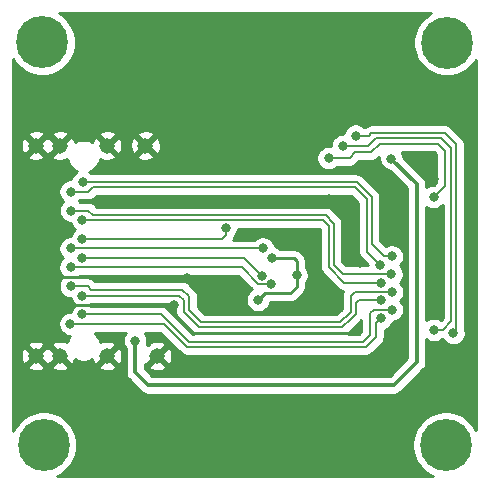
<source format=gbr>
%TF.GenerationSoftware,KiCad,Pcbnew,5.1.10-88a1d61d58~88~ubuntu18.04.1*%
%TF.CreationDate,2021-11-12T10:28:21+07:00*%
%TF.ProjectId,MX8Mx_EVK_MIPI_CSI-TEKNIQUE_OCLEA_OS08A20-ADAPTER,4d58384d-785f-4455-964b-5f4d4950495f,rev?*%
%TF.SameCoordinates,Original*%
%TF.FileFunction,Copper,L2,Bot*%
%TF.FilePolarity,Positive*%
%FSLAX46Y46*%
G04 Gerber Fmt 4.6, Leading zero omitted, Abs format (unit mm)*
G04 Created by KiCad (PCBNEW 5.1.10-88a1d61d58~88~ubuntu18.04.1) date 2021-11-12 10:28:21*
%MOMM*%
%LPD*%
G01*
G04 APERTURE LIST*
%TA.AperFunction,ComponentPad*%
%ADD10C,4.400000*%
%TD*%
%TA.AperFunction,ComponentPad*%
%ADD11C,1.308000*%
%TD*%
%TA.AperFunction,ViaPad*%
%ADD12C,0.800000*%
%TD*%
%TA.AperFunction,Conductor*%
%ADD13C,0.250000*%
%TD*%
%TA.AperFunction,Conductor*%
%ADD14C,0.200000*%
%TD*%
%TA.AperFunction,Conductor*%
%ADD15C,0.350000*%
%TD*%
%TA.AperFunction,Conductor*%
%ADD16C,0.254000*%
%TD*%
%TA.AperFunction,Conductor*%
%ADD17C,0.100000*%
%TD*%
G04 APERTURE END LIST*
D10*
%TO.P,H4,1*%
%TO.N,N/C*%
X139646660Y-79181960D03*
%TD*%
%TO.P,H3,1*%
%TO.N,N/C*%
X139552680Y-113235740D03*
%TD*%
%TO.P,H2,1*%
%TO.N,N/C*%
X105514140Y-113238280D03*
%TD*%
%TO.P,H1,1*%
%TO.N,N/C*%
X105389680Y-79164180D03*
%TD*%
D11*
%TO.P,J1,S1*%
%TO.N,GND*%
X114119400Y-87893500D03*
%TO.P,J1,S2*%
X110879400Y-87893500D03*
%TO.P,J1,S3*%
X106879400Y-87893500D03*
%TO.P,J1,S4*%
X104849400Y-87893500D03*
%TO.P,J1,S5*%
X115119400Y-105693500D03*
%TO.P,J1,S6*%
X110879400Y-105693500D03*
%TO.P,J1,S7*%
X106879400Y-105693500D03*
%TO.P,J1,S8*%
X104849400Y-105693500D03*
%TD*%
D12*
%TO.N,GND*%
X104129840Y-95011240D03*
X104140000Y-92608400D03*
X104109520Y-99024440D03*
X104091740Y-103794560D03*
X104140000Y-90703400D03*
X104096820Y-101396800D03*
X124536200Y-89052400D03*
X117652800Y-89052400D03*
X115671600Y-89789000D03*
X129628900Y-92430600D03*
X138546840Y-90754200D03*
X138630660Y-99783900D03*
X138572240Y-96784160D03*
X138602720Y-98277680D03*
X138617960Y-101279960D03*
X117690900Y-92583000D03*
X117614700Y-99072700D03*
X117716300Y-83553300D03*
X122110500Y-83527900D03*
X121864120Y-106603800D03*
X125755400Y-83540600D03*
X129590800Y-83540600D03*
X133388100Y-83540600D03*
X133822440Y-106606340D03*
X117629940Y-106591100D03*
X125321060Y-106603800D03*
X129418080Y-106598720D03*
X138673840Y-105951020D03*
X119814340Y-100835460D03*
X129334260Y-99273360D03*
X132306060Y-97861120D03*
X116573300Y-101424740D03*
X117591840Y-109979460D03*
X121876820Y-110060740D03*
X125308360Y-110073440D03*
X129407920Y-110035340D03*
X133824980Y-110060740D03*
%TO.N,/CSI_DN0__SD_LVDS0_N*%
X134975600Y-97282000D03*
X108839400Y-90993500D03*
%TO.N,/CSI_DP0__SD_LVDS0_P*%
X134002780Y-98010980D03*
X107789400Y-91793500D03*
%TO.N,/CSI_DN1__SD_LVDS1_N*%
X134950200Y-98780600D03*
X107820460Y-93395800D03*
%TO.N,/CSI_DP1__SD_LVDS1_P*%
X134030720Y-99509580D03*
X108789400Y-94193500D03*
%TO.N,/CSI_nRST_1V8*%
X124058680Y-96598740D03*
X107789400Y-96593500D03*
%TO.N,/I2C_SDA_1V8*%
X124020580Y-98912680D03*
X108789400Y-97393500D03*
%TO.N,/I2C_SCL_1V8*%
X124744480Y-99613720D03*
X107789400Y-98193500D03*
%TO.N,/CSI_DN2__SD_LVDS2_N*%
X134975600Y-100279200D03*
X107797600Y-99794060D03*
%TO.N,/CSI_DP2__SD_LVDS2_P*%
X134053580Y-101013260D03*
X108789400Y-100593500D03*
%TO.N,/CSI_DN3__SD_LVDS3_N*%
X134975600Y-101777800D03*
X108789400Y-102193500D03*
%TO.N,/CSI_DP3__SD_LVDS3_P*%
X134048500Y-102511860D03*
X107772200Y-102997000D03*
%TO.N,/CSI_CLK_N__SPCLK_LVDS0_N*%
X138551920Y-103489760D03*
X130825240Y-87939880D03*
%TO.N,/CSI_CLK_P__SPCLK_LVDS0_P*%
X140187680Y-103784400D03*
X131907280Y-87045800D03*
%TO.N,+1V8*%
X124802900Y-97409000D03*
X123672600Y-100949760D03*
X126913640Y-98877120D03*
%TO.N,+5V*%
X134937500Y-89001600D03*
X113253520Y-104404160D03*
%TO.N,/CLK_SI_3V3*%
X129626360Y-88950800D03*
X138516360Y-92232480D03*
%TO.N,/CSI_MCLK_1V8*%
X120904000Y-94907100D03*
X108789400Y-95793500D03*
%TD*%
D13*
%TO.N,GND*%
X129525100Y-92593500D02*
X129578100Y-92646500D01*
X117794700Y-92593500D02*
X129525100Y-92593500D01*
X115671600Y-89445700D02*
X115671600Y-89789000D01*
X114119400Y-87893500D02*
X115671600Y-89445700D01*
X104140760Y-101393500D02*
X104096820Y-101437440D01*
X107789400Y-101393500D02*
X104100120Y-101393500D01*
X115312700Y-101393500D02*
X107789400Y-101393500D01*
X118148100Y-103797100D02*
X131445000Y-103797100D01*
X115744500Y-101393500D02*
X118148100Y-103797100D01*
X104100120Y-101393500D02*
X104096820Y-101396800D01*
X115744500Y-101393500D02*
X104100120Y-101393500D01*
X131445000Y-103797100D02*
X131724400Y-103517700D01*
X117642640Y-99024440D02*
X117741700Y-99123500D01*
X104109520Y-99024440D02*
X117642640Y-99024440D01*
D14*
%TO.N,/CSI_DN0__SD_LVDS0_N*%
X133280110Y-92277611D02*
X131995999Y-90993500D01*
X131995999Y-90993500D02*
X108839400Y-90993500D01*
X134315120Y-97282000D02*
X133280110Y-96246990D01*
X134975600Y-97282000D02*
X134315120Y-97282000D01*
X133280110Y-96246990D02*
X133280110Y-92277611D01*
%TO.N,/CSI_DP0__SD_LVDS0_P*%
X109298300Y-91793500D02*
X109698290Y-91393510D01*
X107789400Y-91793500D02*
X109298300Y-91793500D01*
X109698290Y-91393510D02*
X131830310Y-91393510D01*
X131830310Y-91393510D02*
X132880100Y-92443300D01*
X132880100Y-96888300D02*
X132880100Y-96748600D01*
X134002780Y-98010980D02*
X132880100Y-96888300D01*
X132880100Y-92443300D02*
X132880100Y-96748600D01*
%TO.N,/CSI_DN1__SD_LVDS1_N*%
X109693890Y-93793490D02*
X109296200Y-93395800D01*
X129391590Y-93793490D02*
X109693890Y-93793490D01*
X130022600Y-94455701D02*
X130022600Y-94424500D01*
X109296200Y-93395800D02*
X107820460Y-93395800D01*
X130022600Y-94424500D02*
X129391590Y-93793490D01*
X130067010Y-94500111D02*
X130022600Y-94455701D01*
X130809920Y-98780600D02*
X130067010Y-98037690D01*
X134950200Y-98780600D02*
X130809920Y-98780600D01*
X130067010Y-98037690D02*
X130067010Y-94500111D01*
%TO.N,/CSI_DP1__SD_LVDS1_P*%
X129194700Y-94193500D02*
X108789400Y-94193500D01*
X129667000Y-94665800D02*
X129194700Y-94193500D01*
X129667000Y-98203379D02*
X129667000Y-94665800D01*
X134030720Y-99509580D02*
X130973201Y-99509580D01*
X130973201Y-99509580D02*
X129667000Y-98203379D01*
D13*
%TO.N,/CSI_nRST_1V8*%
X107839400Y-96643500D02*
X107789400Y-96593500D01*
D14*
X107789400Y-96593500D02*
X124043280Y-96593500D01*
%TO.N,/I2C_SDA_1V8*%
X122202200Y-97393500D02*
X122222000Y-97393500D01*
X108789400Y-97393500D02*
X122202200Y-97393500D01*
X122501400Y-97393500D02*
X124020580Y-98912680D01*
X122202200Y-97393500D02*
X122501400Y-97393500D01*
%TO.N,/I2C_SCL_1V8*%
X107789760Y-98193860D02*
X107789400Y-98193500D01*
X122270880Y-98193500D02*
X107789400Y-98193500D01*
X123690061Y-99612681D02*
X122270880Y-98193500D01*
X124743441Y-99612681D02*
X124744480Y-99613720D01*
X123690061Y-99612681D02*
X124743441Y-99612681D01*
%TO.N,/CSI_DN2__SD_LVDS2_N*%
X109242860Y-99794060D02*
X107797600Y-99794060D01*
X109533459Y-100084659D02*
X109242860Y-99794060D01*
X117255059Y-100084659D02*
X109533459Y-100084659D01*
X117814999Y-101844201D02*
X117814999Y-100644599D01*
X118844648Y-102873850D02*
X117814999Y-101844201D01*
X130597870Y-102873850D02*
X118844648Y-102873850D01*
X131851400Y-100279200D02*
X131483100Y-100647500D01*
X117814999Y-100644599D02*
X117255059Y-100084659D01*
X134975600Y-100279200D02*
X131851400Y-100279200D01*
X131483100Y-100647500D02*
X131483100Y-102019100D01*
X131070350Y-102431850D02*
X131039870Y-102431850D01*
X131483100Y-102019100D02*
X131070350Y-102431850D01*
X131039870Y-102431850D02*
X130597870Y-102873850D01*
%TO.N,/CSI_DP2__SD_LVDS2_P*%
X117373400Y-101968300D02*
X117373400Y-100977700D01*
X116989200Y-100593500D02*
X108789400Y-100593500D01*
X132184140Y-101013260D02*
X131946690Y-101250710D01*
X117373400Y-100977700D02*
X116989200Y-100593500D01*
X131946690Y-101250710D02*
X131946690Y-102121208D01*
X131487820Y-102580080D02*
X130794040Y-103273860D01*
X131946690Y-102121208D02*
X131487820Y-102580080D01*
X134053580Y-101013260D02*
X132184140Y-101013260D01*
X118678960Y-103273860D02*
X117373400Y-101968300D01*
X130794040Y-103273860D02*
X118678960Y-103273860D01*
%TO.N,/CSI_DN3__SD_LVDS3_N*%
X133464300Y-101777800D02*
X134975600Y-101777800D01*
X133146800Y-103936800D02*
X132518110Y-104565490D01*
X133146800Y-102095300D02*
X133464300Y-101777800D01*
X133146800Y-102095300D02*
X133146800Y-103936800D01*
X115459198Y-102193500D02*
X108789400Y-102193500D01*
X117831188Y-104565490D02*
X115459198Y-102193500D01*
X132518110Y-104565490D02*
X117831188Y-104565490D01*
%TO.N,/CSI_DP3__SD_LVDS3_P*%
X133634480Y-102925880D02*
X133634480Y-104134920D01*
X133634480Y-102925880D02*
X134048500Y-102511860D01*
X133634480Y-104134920D02*
X132803900Y-104965500D01*
X132803900Y-104965500D02*
X117665500Y-104965500D01*
X115697000Y-102997000D02*
X115646200Y-102997000D01*
X117665500Y-104965500D02*
X115697000Y-102997000D01*
X107772200Y-102997000D02*
X115646200Y-102997000D01*
%TO.N,/CSI_CLK_N__SPCLK_LVDS0_N*%
X132923280Y-87939880D02*
X130825240Y-87939880D01*
X139298680Y-103489760D02*
X140014960Y-102773480D01*
X133629400Y-87233760D02*
X132923280Y-87939880D01*
X138551920Y-103489760D02*
X139298680Y-103489760D01*
X140014960Y-102773480D02*
X140014960Y-88061800D01*
X140014960Y-88061800D02*
X139186920Y-87233760D01*
X139186920Y-87233760D02*
X133629400Y-87233760D01*
%TO.N,/CSI_CLK_P__SPCLK_LVDS0_P*%
X133259870Y-86833750D02*
X133047820Y-87045800D01*
X140414970Y-87786170D02*
X139462550Y-86833750D01*
X133047820Y-87045800D02*
X131907280Y-87045800D01*
X139462550Y-86833750D02*
X133259870Y-86833750D01*
X140187680Y-103784400D02*
X140414970Y-103557110D01*
X140414970Y-103557110D02*
X140414970Y-87786170D01*
D13*
%TO.N,+1V8*%
X124203460Y-100418900D02*
X123672600Y-100949760D01*
X126375160Y-100418900D02*
X124203460Y-100418900D01*
X126913640Y-98877120D02*
X126913640Y-99880420D01*
X126913640Y-99880420D02*
X126375160Y-100418900D01*
X124802900Y-97409000D02*
X126667260Y-97409000D01*
X126913640Y-97655380D02*
X126913640Y-98877120D01*
X126667260Y-97409000D02*
X126913640Y-97655380D01*
D15*
%TO.N,+5V*%
X137083800Y-106250740D02*
X135130540Y-108204000D01*
X137083800Y-91147900D02*
X137083800Y-106250740D01*
X137083800Y-91147900D02*
X134937500Y-89001600D01*
X113253520Y-107096560D02*
X114360960Y-108204000D01*
X113253520Y-104404160D02*
X113253520Y-107096560D01*
X114360960Y-108204000D02*
X135130540Y-108204000D01*
D14*
%TO.N,/CLK_SI_3V3*%
X139471400Y-91277440D02*
X138516360Y-92232480D01*
X133964680Y-87741760D02*
X138892280Y-87741760D01*
X131902200Y-88468200D02*
X133238240Y-88468200D01*
X129626360Y-88950800D02*
X131419600Y-88950800D01*
X133238240Y-88468200D02*
X133964680Y-87741760D01*
X139471400Y-88320880D02*
X139471400Y-91277440D01*
X131419600Y-88950800D02*
X131902200Y-88468200D01*
X138892280Y-87741760D02*
X139471400Y-88320880D01*
%TO.N,/CSI_MCLK_1V8*%
X120904000Y-95504000D02*
X120904000Y-94907100D01*
X120614500Y-95793500D02*
X120904000Y-95504000D01*
X108789400Y-95793500D02*
X120614500Y-95793500D01*
%TD*%
D16*
%TO.N,GND*%
X138262444Y-76697239D02*
X137839453Y-76979872D01*
X137444572Y-77374753D01*
X137134316Y-77839084D01*
X136920608Y-78355021D01*
X136811660Y-78902737D01*
X136811660Y-79461183D01*
X136920608Y-80008899D01*
X137134316Y-80524836D01*
X137444572Y-80989167D01*
X137839453Y-81384048D01*
X138303784Y-81694304D01*
X138819721Y-81908012D01*
X139367437Y-82016960D01*
X139925883Y-82016960D01*
X140473599Y-81908012D01*
X140989536Y-81694304D01*
X141453867Y-81384048D01*
X141848748Y-80989167D01*
X142088000Y-80631101D01*
X142088001Y-111948335D01*
X142065024Y-111892864D01*
X141754768Y-111428533D01*
X141359887Y-111033652D01*
X140895556Y-110723396D01*
X140379619Y-110509688D01*
X139831903Y-110400740D01*
X139273457Y-110400740D01*
X138725741Y-110509688D01*
X138209804Y-110723396D01*
X137745473Y-111033652D01*
X137350592Y-111428533D01*
X137040336Y-111892864D01*
X136826628Y-112408801D01*
X136717680Y-112956517D01*
X136717680Y-113514963D01*
X136826628Y-114062679D01*
X137040336Y-114578616D01*
X137350592Y-115042947D01*
X137745473Y-115437828D01*
X138209804Y-115748084D01*
X138479897Y-115859960D01*
X106593055Y-115859960D01*
X106857016Y-115750624D01*
X107321347Y-115440368D01*
X107716228Y-115045487D01*
X108026484Y-114581156D01*
X108240192Y-114065219D01*
X108349140Y-113517503D01*
X108349140Y-112959057D01*
X108240192Y-112411341D01*
X108026484Y-111895404D01*
X107716228Y-111431073D01*
X107321347Y-111036192D01*
X106857016Y-110725936D01*
X106341079Y-110512228D01*
X105793363Y-110403280D01*
X105234917Y-110403280D01*
X104687201Y-110512228D01*
X104171264Y-110725936D01*
X103706933Y-111036192D01*
X103312052Y-111431073D01*
X103001796Y-111895404D01*
X102920579Y-112091478D01*
X102921398Y-106581887D01*
X104140618Y-106581887D01*
X104194493Y-106810968D01*
X104425084Y-106917263D01*
X104671981Y-106976528D01*
X104925696Y-106986488D01*
X105176479Y-106946759D01*
X105414693Y-106858868D01*
X105504307Y-106810968D01*
X105558182Y-106581887D01*
X106170618Y-106581887D01*
X106224493Y-106810968D01*
X106455084Y-106917263D01*
X106701981Y-106976528D01*
X106955696Y-106986488D01*
X107206479Y-106946759D01*
X107444693Y-106858868D01*
X107534307Y-106810968D01*
X107588182Y-106581887D01*
X110170618Y-106581887D01*
X110224493Y-106810968D01*
X110455084Y-106917263D01*
X110701981Y-106976528D01*
X110955696Y-106986488D01*
X111206479Y-106946759D01*
X111444693Y-106858868D01*
X111534307Y-106810968D01*
X111588182Y-106581887D01*
X110879400Y-105873105D01*
X110170618Y-106581887D01*
X107588182Y-106581887D01*
X106879400Y-105873105D01*
X106170618Y-106581887D01*
X105558182Y-106581887D01*
X104849400Y-105873105D01*
X104140618Y-106581887D01*
X102921398Y-106581887D01*
X102921519Y-105769796D01*
X103556412Y-105769796D01*
X103596141Y-106020579D01*
X103684032Y-106258793D01*
X103731932Y-106348407D01*
X103961013Y-106402282D01*
X104669795Y-105693500D01*
X105029005Y-105693500D01*
X105737787Y-106402282D01*
X105864400Y-106372505D01*
X105991013Y-106402282D01*
X106699795Y-105693500D01*
X105991013Y-104984718D01*
X105864400Y-105014495D01*
X105737787Y-104984718D01*
X105029005Y-105693500D01*
X104669795Y-105693500D01*
X103961013Y-104984718D01*
X103731932Y-105038593D01*
X103625637Y-105269184D01*
X103566372Y-105516081D01*
X103556412Y-105769796D01*
X102921519Y-105769796D01*
X102921662Y-104805113D01*
X104140618Y-104805113D01*
X104849400Y-105513895D01*
X105558182Y-104805113D01*
X105504307Y-104576032D01*
X105273716Y-104469737D01*
X105026819Y-104410472D01*
X104773104Y-104400512D01*
X104522321Y-104440241D01*
X104284107Y-104528132D01*
X104194493Y-104576032D01*
X104140618Y-104805113D01*
X102921662Y-104805113D01*
X102924044Y-88781887D01*
X104140618Y-88781887D01*
X104194493Y-89010968D01*
X104425084Y-89117263D01*
X104671981Y-89176528D01*
X104925696Y-89186488D01*
X105176479Y-89146759D01*
X105414693Y-89058868D01*
X105504307Y-89010968D01*
X105558182Y-88781887D01*
X106170618Y-88781887D01*
X106224493Y-89010968D01*
X106455084Y-89117263D01*
X106701981Y-89176528D01*
X106955696Y-89186488D01*
X107206479Y-89146759D01*
X107444693Y-89058868D01*
X107489769Y-89034774D01*
X107523586Y-89204782D01*
X107629875Y-89461385D01*
X107784182Y-89692322D01*
X107980578Y-89888718D01*
X108211515Y-90043025D01*
X108327213Y-90090949D01*
X108179626Y-90189563D01*
X108035463Y-90333726D01*
X107922195Y-90503244D01*
X107844174Y-90691602D01*
X107830867Y-90758500D01*
X107687461Y-90758500D01*
X107487502Y-90798274D01*
X107299144Y-90876295D01*
X107129626Y-90989563D01*
X106985463Y-91133726D01*
X106872195Y-91303244D01*
X106794174Y-91491602D01*
X106754400Y-91691561D01*
X106754400Y-91895439D01*
X106794174Y-92095398D01*
X106872195Y-92283756D01*
X106985463Y-92453274D01*
X107129626Y-92597437D01*
X107144904Y-92607645D01*
X107016523Y-92736026D01*
X106903255Y-92905544D01*
X106825234Y-93093902D01*
X106785460Y-93293861D01*
X106785460Y-93497739D01*
X106825234Y-93697698D01*
X106903255Y-93886056D01*
X107016523Y-94055574D01*
X107160686Y-94199737D01*
X107330204Y-94313005D01*
X107518562Y-94391026D01*
X107718521Y-94430800D01*
X107781325Y-94430800D01*
X107794174Y-94495398D01*
X107872195Y-94683756D01*
X107985463Y-94853274D01*
X108125689Y-94993500D01*
X107985463Y-95133726D01*
X107872195Y-95303244D01*
X107794174Y-95491602D01*
X107780867Y-95558500D01*
X107687461Y-95558500D01*
X107487502Y-95598274D01*
X107299144Y-95676295D01*
X107129626Y-95789563D01*
X106985463Y-95933726D01*
X106872195Y-96103244D01*
X106794174Y-96291602D01*
X106754400Y-96491561D01*
X106754400Y-96695439D01*
X106794174Y-96895398D01*
X106872195Y-97083756D01*
X106985463Y-97253274D01*
X107125689Y-97393500D01*
X106985463Y-97533726D01*
X106872195Y-97703244D01*
X106794174Y-97891602D01*
X106754400Y-98091561D01*
X106754400Y-98295439D01*
X106794174Y-98495398D01*
X106872195Y-98683756D01*
X106985463Y-98853274D01*
X107129626Y-98997437D01*
X107130157Y-98997792D01*
X106993663Y-99134286D01*
X106880395Y-99303804D01*
X106802374Y-99492162D01*
X106762600Y-99692121D01*
X106762600Y-99895999D01*
X106802374Y-100095958D01*
X106880395Y-100284316D01*
X106993663Y-100453834D01*
X107137826Y-100597997D01*
X107307344Y-100711265D01*
X107495702Y-100789286D01*
X107695661Y-100829060D01*
X107780979Y-100829060D01*
X107794174Y-100895398D01*
X107872195Y-101083756D01*
X107985463Y-101253274D01*
X108125689Y-101393500D01*
X107985463Y-101533726D01*
X107872195Y-101703244D01*
X107794174Y-101891602D01*
X107780171Y-101962000D01*
X107670261Y-101962000D01*
X107470302Y-102001774D01*
X107281944Y-102079795D01*
X107112426Y-102193063D01*
X106968263Y-102337226D01*
X106854995Y-102506744D01*
X106776974Y-102695102D01*
X106737200Y-102895061D01*
X106737200Y-103098939D01*
X106776974Y-103298898D01*
X106854995Y-103487256D01*
X106968263Y-103656774D01*
X107112426Y-103800937D01*
X107281944Y-103914205D01*
X107470302Y-103992226D01*
X107670261Y-104032000D01*
X107692426Y-104032000D01*
X107629875Y-104125615D01*
X107523586Y-104382218D01*
X107489172Y-104555226D01*
X107303716Y-104469737D01*
X107056819Y-104410472D01*
X106803104Y-104400512D01*
X106552321Y-104440241D01*
X106314107Y-104528132D01*
X106224493Y-104576032D01*
X106170618Y-104805113D01*
X106879400Y-105513895D01*
X106893543Y-105499753D01*
X107073148Y-105679358D01*
X107059005Y-105693500D01*
X107767787Y-106402282D01*
X107996868Y-106348407D01*
X108103163Y-106117816D01*
X108133611Y-105990971D01*
X108211515Y-106043025D01*
X108468118Y-106149314D01*
X108740527Y-106203500D01*
X109018273Y-106203500D01*
X109290682Y-106149314D01*
X109547285Y-106043025D01*
X109621808Y-105993230D01*
X109626141Y-106020579D01*
X109714032Y-106258793D01*
X109761932Y-106348407D01*
X109991013Y-106402282D01*
X110699795Y-105693500D01*
X111059005Y-105693500D01*
X111767787Y-106402282D01*
X111996868Y-106348407D01*
X112103163Y-106117816D01*
X112162428Y-105870919D01*
X112172388Y-105617204D01*
X112132659Y-105366421D01*
X112044768Y-105128207D01*
X111996868Y-105038593D01*
X111767787Y-104984718D01*
X111059005Y-105693500D01*
X110699795Y-105693500D01*
X110685653Y-105679358D01*
X110865258Y-105499753D01*
X110879400Y-105513895D01*
X111588182Y-104805113D01*
X111534307Y-104576032D01*
X111303716Y-104469737D01*
X111056819Y-104410472D01*
X110803104Y-104400512D01*
X110552321Y-104440241D01*
X110314107Y-104528132D01*
X110269031Y-104552226D01*
X110235214Y-104382218D01*
X110128925Y-104125615D01*
X109974618Y-103894678D01*
X109811940Y-103732000D01*
X112461969Y-103732000D01*
X112449583Y-103744386D01*
X112336315Y-103913904D01*
X112258294Y-104102262D01*
X112218520Y-104302221D01*
X112218520Y-104506099D01*
X112258294Y-104706058D01*
X112336315Y-104894416D01*
X112443520Y-105054860D01*
X112443521Y-107056762D01*
X112439601Y-107096560D01*
X112455241Y-107255347D01*
X112501558Y-107408033D01*
X112576771Y-107548749D01*
X112632372Y-107616499D01*
X112677993Y-107672088D01*
X112708903Y-107697455D01*
X113760065Y-108748618D01*
X113785432Y-108779528D01*
X113816340Y-108804893D01*
X113908771Y-108880749D01*
X114049486Y-108955963D01*
X114085023Y-108966743D01*
X114202172Y-109002280D01*
X114321169Y-109014000D01*
X114321172Y-109014000D01*
X114360960Y-109017919D01*
X114400748Y-109014000D01*
X135090752Y-109014000D01*
X135130540Y-109017919D01*
X135170328Y-109014000D01*
X135170331Y-109014000D01*
X135289328Y-109002280D01*
X135442013Y-108955963D01*
X135582729Y-108880749D01*
X135706068Y-108779528D01*
X135731439Y-108748613D01*
X137628418Y-106851635D01*
X137659328Y-106826268D01*
X137760549Y-106702929D01*
X137835763Y-106562213D01*
X137882080Y-106409528D01*
X137893800Y-106290531D01*
X137893800Y-106290528D01*
X137897719Y-106250740D01*
X137893800Y-106210952D01*
X137893800Y-104294802D01*
X138061664Y-104406965D01*
X138250022Y-104484986D01*
X138449981Y-104524760D01*
X138653859Y-104524760D01*
X138853818Y-104484986D01*
X139042176Y-104406965D01*
X139211694Y-104293697D01*
X139258835Y-104246556D01*
X139270475Y-104274656D01*
X139383743Y-104444174D01*
X139527906Y-104588337D01*
X139697424Y-104701605D01*
X139885782Y-104779626D01*
X140085741Y-104819400D01*
X140289619Y-104819400D01*
X140489578Y-104779626D01*
X140677936Y-104701605D01*
X140847454Y-104588337D01*
X140991617Y-104444174D01*
X141104885Y-104274656D01*
X141182906Y-104086298D01*
X141222680Y-103886339D01*
X141222680Y-103682461D01*
X141182906Y-103482502D01*
X141149970Y-103402988D01*
X141149970Y-87822264D01*
X141153525Y-87786169D01*
X141149970Y-87750074D01*
X141149970Y-87750065D01*
X141139335Y-87642085D01*
X141097307Y-87503537D01*
X141029057Y-87375850D01*
X140937208Y-87263932D01*
X140909163Y-87240916D01*
X140007808Y-86339562D01*
X139984788Y-86311512D01*
X139872870Y-86219663D01*
X139745183Y-86151413D01*
X139606635Y-86109385D01*
X139498655Y-86098750D01*
X139462550Y-86095194D01*
X139426445Y-86098750D01*
X133295975Y-86098750D01*
X133259870Y-86095194D01*
X133115784Y-86109385D01*
X133083538Y-86119167D01*
X132977237Y-86151413D01*
X132849550Y-86219663D01*
X132738500Y-86310800D01*
X132635991Y-86310800D01*
X132567054Y-86241863D01*
X132397536Y-86128595D01*
X132209178Y-86050574D01*
X132009219Y-86010800D01*
X131805341Y-86010800D01*
X131605382Y-86050574D01*
X131417024Y-86128595D01*
X131247506Y-86241863D01*
X131103343Y-86386026D01*
X130990075Y-86555544D01*
X130912054Y-86743902D01*
X130880034Y-86904880D01*
X130723301Y-86904880D01*
X130523342Y-86944654D01*
X130334984Y-87022675D01*
X130165466Y-87135943D01*
X130021303Y-87280106D01*
X129908035Y-87449624D01*
X129830014Y-87637982D01*
X129790240Y-87837941D01*
X129790240Y-87928121D01*
X129728299Y-87915800D01*
X129524421Y-87915800D01*
X129324462Y-87955574D01*
X129136104Y-88033595D01*
X128966586Y-88146863D01*
X128822423Y-88291026D01*
X128709155Y-88460544D01*
X128631134Y-88648902D01*
X128591360Y-88848861D01*
X128591360Y-89052739D01*
X128631134Y-89252698D01*
X128709155Y-89441056D01*
X128822423Y-89610574D01*
X128966586Y-89754737D01*
X129136104Y-89868005D01*
X129324462Y-89946026D01*
X129524421Y-89985800D01*
X129728299Y-89985800D01*
X129928258Y-89946026D01*
X130116616Y-89868005D01*
X130286134Y-89754737D01*
X130355071Y-89685800D01*
X131383495Y-89685800D01*
X131419600Y-89689356D01*
X131455705Y-89685800D01*
X131563685Y-89675165D01*
X131702233Y-89633137D01*
X131829920Y-89564887D01*
X131941838Y-89473038D01*
X131964859Y-89444987D01*
X132206646Y-89203200D01*
X133202135Y-89203200D01*
X133238240Y-89206756D01*
X133274345Y-89203200D01*
X133382325Y-89192565D01*
X133520873Y-89150537D01*
X133648560Y-89082287D01*
X133760478Y-88990438D01*
X133783498Y-88962388D01*
X133916473Y-88829413D01*
X133902500Y-88899661D01*
X133902500Y-89103539D01*
X133942274Y-89303498D01*
X134020295Y-89491856D01*
X134133563Y-89661374D01*
X134277726Y-89805537D01*
X134447244Y-89918805D01*
X134635602Y-89996826D01*
X134824859Y-90034471D01*
X136273800Y-91483413D01*
X136273801Y-105915226D01*
X134795028Y-107394000D01*
X114696473Y-107394000D01*
X114063520Y-106761048D01*
X114063520Y-106581887D01*
X114410618Y-106581887D01*
X114464493Y-106810968D01*
X114695084Y-106917263D01*
X114941981Y-106976528D01*
X115195696Y-106986488D01*
X115446479Y-106946759D01*
X115684693Y-106858868D01*
X115774307Y-106810968D01*
X115828182Y-106581887D01*
X115119400Y-105873105D01*
X114410618Y-106581887D01*
X114063520Y-106581887D01*
X114063520Y-106362891D01*
X114231013Y-106402282D01*
X114939795Y-105693500D01*
X115299005Y-105693500D01*
X116007787Y-106402282D01*
X116236868Y-106348407D01*
X116343163Y-106117816D01*
X116402428Y-105870919D01*
X116412388Y-105617204D01*
X116372659Y-105366421D01*
X116284768Y-105128207D01*
X116236868Y-105038593D01*
X116007787Y-104984718D01*
X115299005Y-105693500D01*
X114939795Y-105693500D01*
X114925653Y-105679358D01*
X115105258Y-105499753D01*
X115119400Y-105513895D01*
X115828182Y-104805113D01*
X115774307Y-104576032D01*
X115543716Y-104469737D01*
X115296819Y-104410472D01*
X115043104Y-104400512D01*
X114792321Y-104440241D01*
X114554107Y-104528132D01*
X114464493Y-104576032D01*
X114410619Y-104805111D01*
X114293768Y-104688260D01*
X114229495Y-104752533D01*
X114248746Y-104706058D01*
X114288520Y-104506099D01*
X114288520Y-104302221D01*
X114248746Y-104102262D01*
X114170725Y-103913904D01*
X114057457Y-103744386D01*
X114045071Y-103732000D01*
X115392554Y-103732000D01*
X117120246Y-105459693D01*
X117143262Y-105487738D01*
X117255180Y-105579587D01*
X117382867Y-105647837D01*
X117521415Y-105689865D01*
X117629395Y-105700500D01*
X117629404Y-105700500D01*
X117665499Y-105704055D01*
X117701594Y-105700500D01*
X132767795Y-105700500D01*
X132803900Y-105704056D01*
X132840005Y-105700500D01*
X132947985Y-105689865D01*
X133086533Y-105647837D01*
X133214220Y-105579587D01*
X133326138Y-105487738D01*
X133349158Y-105459688D01*
X134128673Y-104680174D01*
X134156718Y-104657158D01*
X134248567Y-104545240D01*
X134269488Y-104506099D01*
X134316817Y-104417554D01*
X134358845Y-104279005D01*
X134373036Y-104134920D01*
X134369480Y-104098815D01*
X134369480Y-103499182D01*
X134538756Y-103429065D01*
X134708274Y-103315797D01*
X134852437Y-103171634D01*
X134965705Y-103002116D01*
X135043726Y-102813758D01*
X135043917Y-102812800D01*
X135077539Y-102812800D01*
X135277498Y-102773026D01*
X135465856Y-102695005D01*
X135635374Y-102581737D01*
X135779537Y-102437574D01*
X135892805Y-102268056D01*
X135970826Y-102079698D01*
X136010600Y-101879739D01*
X136010600Y-101675861D01*
X135970826Y-101475902D01*
X135892805Y-101287544D01*
X135779537Y-101118026D01*
X135690011Y-101028500D01*
X135779537Y-100938974D01*
X135892805Y-100769456D01*
X135970826Y-100581098D01*
X136010600Y-100381139D01*
X136010600Y-100177261D01*
X135970826Y-99977302D01*
X135892805Y-99788944D01*
X135779537Y-99619426D01*
X135677311Y-99517200D01*
X135754137Y-99440374D01*
X135867405Y-99270856D01*
X135945426Y-99082498D01*
X135985200Y-98882539D01*
X135985200Y-98678661D01*
X135945426Y-98478702D01*
X135867405Y-98290344D01*
X135754137Y-98120826D01*
X135677311Y-98044000D01*
X135779537Y-97941774D01*
X135892805Y-97772256D01*
X135970826Y-97583898D01*
X136010600Y-97383939D01*
X136010600Y-97180061D01*
X135970826Y-96980102D01*
X135892805Y-96791744D01*
X135779537Y-96622226D01*
X135635374Y-96478063D01*
X135465856Y-96364795D01*
X135277498Y-96286774D01*
X135077539Y-96247000D01*
X134873661Y-96247000D01*
X134673702Y-96286774D01*
X134485344Y-96364795D01*
X134456581Y-96384014D01*
X134015110Y-95942544D01*
X134015110Y-92313707D01*
X134018665Y-92277610D01*
X134015110Y-92241513D01*
X134015110Y-92241506D01*
X134004475Y-92133526D01*
X134002954Y-92128510D01*
X133973975Y-92032981D01*
X133962447Y-91994978D01*
X133894197Y-91867291D01*
X133802348Y-91755373D01*
X133774303Y-91732357D01*
X132541257Y-90499312D01*
X132518237Y-90471262D01*
X132406319Y-90379413D01*
X132278632Y-90311163D01*
X132140084Y-90269135D01*
X132032104Y-90258500D01*
X131995999Y-90254944D01*
X131959894Y-90258500D01*
X109568111Y-90258500D01*
X109499174Y-90189563D01*
X109382202Y-90111405D01*
X109547285Y-90043025D01*
X109778222Y-89888718D01*
X109974618Y-89692322D01*
X110128925Y-89461385D01*
X110235214Y-89204782D01*
X110269628Y-89031774D01*
X110455084Y-89117263D01*
X110701981Y-89176528D01*
X110955696Y-89186488D01*
X111206479Y-89146759D01*
X111444693Y-89058868D01*
X111534307Y-89010968D01*
X111588182Y-88781887D01*
X113410618Y-88781887D01*
X113464493Y-89010968D01*
X113695084Y-89117263D01*
X113941981Y-89176528D01*
X114195696Y-89186488D01*
X114446479Y-89146759D01*
X114684693Y-89058868D01*
X114774307Y-89010968D01*
X114828182Y-88781887D01*
X114119400Y-88073105D01*
X113410618Y-88781887D01*
X111588182Y-88781887D01*
X110879400Y-88073105D01*
X110865258Y-88087248D01*
X110685653Y-87907643D01*
X110699795Y-87893500D01*
X111059005Y-87893500D01*
X111767787Y-88602282D01*
X111996868Y-88548407D01*
X112103163Y-88317816D01*
X112162428Y-88070919D01*
X112166397Y-87969796D01*
X112826412Y-87969796D01*
X112866141Y-88220579D01*
X112954032Y-88458793D01*
X113001932Y-88548407D01*
X113231013Y-88602282D01*
X113939795Y-87893500D01*
X114299005Y-87893500D01*
X115007787Y-88602282D01*
X115236868Y-88548407D01*
X115343163Y-88317816D01*
X115402428Y-88070919D01*
X115412388Y-87817204D01*
X115372659Y-87566421D01*
X115284768Y-87328207D01*
X115236868Y-87238593D01*
X115007787Y-87184718D01*
X114299005Y-87893500D01*
X113939795Y-87893500D01*
X113231013Y-87184718D01*
X113001932Y-87238593D01*
X112895637Y-87469184D01*
X112836372Y-87716081D01*
X112826412Y-87969796D01*
X112166397Y-87969796D01*
X112172388Y-87817204D01*
X112132659Y-87566421D01*
X112044768Y-87328207D01*
X111996868Y-87238593D01*
X111767787Y-87184718D01*
X111059005Y-87893500D01*
X110699795Y-87893500D01*
X109991013Y-87184718D01*
X109761932Y-87238593D01*
X109655637Y-87469184D01*
X109625189Y-87596029D01*
X109547285Y-87543975D01*
X109290682Y-87437686D01*
X109018273Y-87383500D01*
X108740527Y-87383500D01*
X108468118Y-87437686D01*
X108211515Y-87543975D01*
X108136992Y-87593770D01*
X108132659Y-87566421D01*
X108044768Y-87328207D01*
X107996868Y-87238593D01*
X107767787Y-87184718D01*
X107059005Y-87893500D01*
X107073148Y-87907643D01*
X106893543Y-88087248D01*
X106879400Y-88073105D01*
X106170618Y-88781887D01*
X105558182Y-88781887D01*
X104849400Y-88073105D01*
X104140618Y-88781887D01*
X102924044Y-88781887D01*
X102924165Y-87969796D01*
X103556412Y-87969796D01*
X103596141Y-88220579D01*
X103684032Y-88458793D01*
X103731932Y-88548407D01*
X103961013Y-88602282D01*
X104669795Y-87893500D01*
X105029005Y-87893500D01*
X105737787Y-88602282D01*
X105864400Y-88572505D01*
X105991013Y-88602282D01*
X106699795Y-87893500D01*
X105991013Y-87184718D01*
X105864400Y-87214495D01*
X105737787Y-87184718D01*
X105029005Y-87893500D01*
X104669795Y-87893500D01*
X103961013Y-87184718D01*
X103731932Y-87238593D01*
X103625637Y-87469184D01*
X103566372Y-87716081D01*
X103556412Y-87969796D01*
X102924165Y-87969796D01*
X102924308Y-87005113D01*
X104140618Y-87005113D01*
X104849400Y-87713895D01*
X105558182Y-87005113D01*
X106170618Y-87005113D01*
X106879400Y-87713895D01*
X107588182Y-87005113D01*
X110170618Y-87005113D01*
X110879400Y-87713895D01*
X111588182Y-87005113D01*
X113410618Y-87005113D01*
X114119400Y-87713895D01*
X114828182Y-87005113D01*
X114774307Y-86776032D01*
X114543716Y-86669737D01*
X114296819Y-86610472D01*
X114043104Y-86600512D01*
X113792321Y-86640241D01*
X113554107Y-86728132D01*
X113464493Y-86776032D01*
X113410618Y-87005113D01*
X111588182Y-87005113D01*
X111534307Y-86776032D01*
X111303716Y-86669737D01*
X111056819Y-86610472D01*
X110803104Y-86600512D01*
X110552321Y-86640241D01*
X110314107Y-86728132D01*
X110224493Y-86776032D01*
X110170618Y-87005113D01*
X107588182Y-87005113D01*
X107534307Y-86776032D01*
X107303716Y-86669737D01*
X107056819Y-86610472D01*
X106803104Y-86600512D01*
X106552321Y-86640241D01*
X106314107Y-86728132D01*
X106224493Y-86776032D01*
X106170618Y-87005113D01*
X105558182Y-87005113D01*
X105504307Y-86776032D01*
X105273716Y-86669737D01*
X105026819Y-86610472D01*
X104773104Y-86600512D01*
X104522321Y-86640241D01*
X104284107Y-86728132D01*
X104194493Y-86776032D01*
X104140618Y-87005113D01*
X102924308Y-87005113D01*
X102925265Y-80578787D01*
X103187592Y-80971387D01*
X103582473Y-81366268D01*
X104046804Y-81676524D01*
X104562741Y-81890232D01*
X105110457Y-81999180D01*
X105668903Y-81999180D01*
X106216619Y-81890232D01*
X106732556Y-81676524D01*
X107196887Y-81366268D01*
X107591768Y-80971387D01*
X107902024Y-80507056D01*
X108115732Y-79991119D01*
X108224680Y-79443403D01*
X108224680Y-78884957D01*
X108115732Y-78337241D01*
X107902024Y-77821304D01*
X107591768Y-77356973D01*
X107196887Y-76962092D01*
X106793519Y-76692570D01*
X138262444Y-76697239D01*
%TA.AperFunction,Conductor*%
D17*
G36*
X138262444Y-76697239D02*
G01*
X137839453Y-76979872D01*
X137444572Y-77374753D01*
X137134316Y-77839084D01*
X136920608Y-78355021D01*
X136811660Y-78902737D01*
X136811660Y-79461183D01*
X136920608Y-80008899D01*
X137134316Y-80524836D01*
X137444572Y-80989167D01*
X137839453Y-81384048D01*
X138303784Y-81694304D01*
X138819721Y-81908012D01*
X139367437Y-82016960D01*
X139925883Y-82016960D01*
X140473599Y-81908012D01*
X140989536Y-81694304D01*
X141453867Y-81384048D01*
X141848748Y-80989167D01*
X142088000Y-80631101D01*
X142088001Y-111948335D01*
X142065024Y-111892864D01*
X141754768Y-111428533D01*
X141359887Y-111033652D01*
X140895556Y-110723396D01*
X140379619Y-110509688D01*
X139831903Y-110400740D01*
X139273457Y-110400740D01*
X138725741Y-110509688D01*
X138209804Y-110723396D01*
X137745473Y-111033652D01*
X137350592Y-111428533D01*
X137040336Y-111892864D01*
X136826628Y-112408801D01*
X136717680Y-112956517D01*
X136717680Y-113514963D01*
X136826628Y-114062679D01*
X137040336Y-114578616D01*
X137350592Y-115042947D01*
X137745473Y-115437828D01*
X138209804Y-115748084D01*
X138479897Y-115859960D01*
X106593055Y-115859960D01*
X106857016Y-115750624D01*
X107321347Y-115440368D01*
X107716228Y-115045487D01*
X108026484Y-114581156D01*
X108240192Y-114065219D01*
X108349140Y-113517503D01*
X108349140Y-112959057D01*
X108240192Y-112411341D01*
X108026484Y-111895404D01*
X107716228Y-111431073D01*
X107321347Y-111036192D01*
X106857016Y-110725936D01*
X106341079Y-110512228D01*
X105793363Y-110403280D01*
X105234917Y-110403280D01*
X104687201Y-110512228D01*
X104171264Y-110725936D01*
X103706933Y-111036192D01*
X103312052Y-111431073D01*
X103001796Y-111895404D01*
X102920579Y-112091478D01*
X102921398Y-106581887D01*
X104140618Y-106581887D01*
X104194493Y-106810968D01*
X104425084Y-106917263D01*
X104671981Y-106976528D01*
X104925696Y-106986488D01*
X105176479Y-106946759D01*
X105414693Y-106858868D01*
X105504307Y-106810968D01*
X105558182Y-106581887D01*
X106170618Y-106581887D01*
X106224493Y-106810968D01*
X106455084Y-106917263D01*
X106701981Y-106976528D01*
X106955696Y-106986488D01*
X107206479Y-106946759D01*
X107444693Y-106858868D01*
X107534307Y-106810968D01*
X107588182Y-106581887D01*
X110170618Y-106581887D01*
X110224493Y-106810968D01*
X110455084Y-106917263D01*
X110701981Y-106976528D01*
X110955696Y-106986488D01*
X111206479Y-106946759D01*
X111444693Y-106858868D01*
X111534307Y-106810968D01*
X111588182Y-106581887D01*
X110879400Y-105873105D01*
X110170618Y-106581887D01*
X107588182Y-106581887D01*
X106879400Y-105873105D01*
X106170618Y-106581887D01*
X105558182Y-106581887D01*
X104849400Y-105873105D01*
X104140618Y-106581887D01*
X102921398Y-106581887D01*
X102921519Y-105769796D01*
X103556412Y-105769796D01*
X103596141Y-106020579D01*
X103684032Y-106258793D01*
X103731932Y-106348407D01*
X103961013Y-106402282D01*
X104669795Y-105693500D01*
X105029005Y-105693500D01*
X105737787Y-106402282D01*
X105864400Y-106372505D01*
X105991013Y-106402282D01*
X106699795Y-105693500D01*
X105991013Y-104984718D01*
X105864400Y-105014495D01*
X105737787Y-104984718D01*
X105029005Y-105693500D01*
X104669795Y-105693500D01*
X103961013Y-104984718D01*
X103731932Y-105038593D01*
X103625637Y-105269184D01*
X103566372Y-105516081D01*
X103556412Y-105769796D01*
X102921519Y-105769796D01*
X102921662Y-104805113D01*
X104140618Y-104805113D01*
X104849400Y-105513895D01*
X105558182Y-104805113D01*
X105504307Y-104576032D01*
X105273716Y-104469737D01*
X105026819Y-104410472D01*
X104773104Y-104400512D01*
X104522321Y-104440241D01*
X104284107Y-104528132D01*
X104194493Y-104576032D01*
X104140618Y-104805113D01*
X102921662Y-104805113D01*
X102924044Y-88781887D01*
X104140618Y-88781887D01*
X104194493Y-89010968D01*
X104425084Y-89117263D01*
X104671981Y-89176528D01*
X104925696Y-89186488D01*
X105176479Y-89146759D01*
X105414693Y-89058868D01*
X105504307Y-89010968D01*
X105558182Y-88781887D01*
X106170618Y-88781887D01*
X106224493Y-89010968D01*
X106455084Y-89117263D01*
X106701981Y-89176528D01*
X106955696Y-89186488D01*
X107206479Y-89146759D01*
X107444693Y-89058868D01*
X107489769Y-89034774D01*
X107523586Y-89204782D01*
X107629875Y-89461385D01*
X107784182Y-89692322D01*
X107980578Y-89888718D01*
X108211515Y-90043025D01*
X108327213Y-90090949D01*
X108179626Y-90189563D01*
X108035463Y-90333726D01*
X107922195Y-90503244D01*
X107844174Y-90691602D01*
X107830867Y-90758500D01*
X107687461Y-90758500D01*
X107487502Y-90798274D01*
X107299144Y-90876295D01*
X107129626Y-90989563D01*
X106985463Y-91133726D01*
X106872195Y-91303244D01*
X106794174Y-91491602D01*
X106754400Y-91691561D01*
X106754400Y-91895439D01*
X106794174Y-92095398D01*
X106872195Y-92283756D01*
X106985463Y-92453274D01*
X107129626Y-92597437D01*
X107144904Y-92607645D01*
X107016523Y-92736026D01*
X106903255Y-92905544D01*
X106825234Y-93093902D01*
X106785460Y-93293861D01*
X106785460Y-93497739D01*
X106825234Y-93697698D01*
X106903255Y-93886056D01*
X107016523Y-94055574D01*
X107160686Y-94199737D01*
X107330204Y-94313005D01*
X107518562Y-94391026D01*
X107718521Y-94430800D01*
X107781325Y-94430800D01*
X107794174Y-94495398D01*
X107872195Y-94683756D01*
X107985463Y-94853274D01*
X108125689Y-94993500D01*
X107985463Y-95133726D01*
X107872195Y-95303244D01*
X107794174Y-95491602D01*
X107780867Y-95558500D01*
X107687461Y-95558500D01*
X107487502Y-95598274D01*
X107299144Y-95676295D01*
X107129626Y-95789563D01*
X106985463Y-95933726D01*
X106872195Y-96103244D01*
X106794174Y-96291602D01*
X106754400Y-96491561D01*
X106754400Y-96695439D01*
X106794174Y-96895398D01*
X106872195Y-97083756D01*
X106985463Y-97253274D01*
X107125689Y-97393500D01*
X106985463Y-97533726D01*
X106872195Y-97703244D01*
X106794174Y-97891602D01*
X106754400Y-98091561D01*
X106754400Y-98295439D01*
X106794174Y-98495398D01*
X106872195Y-98683756D01*
X106985463Y-98853274D01*
X107129626Y-98997437D01*
X107130157Y-98997792D01*
X106993663Y-99134286D01*
X106880395Y-99303804D01*
X106802374Y-99492162D01*
X106762600Y-99692121D01*
X106762600Y-99895999D01*
X106802374Y-100095958D01*
X106880395Y-100284316D01*
X106993663Y-100453834D01*
X107137826Y-100597997D01*
X107307344Y-100711265D01*
X107495702Y-100789286D01*
X107695661Y-100829060D01*
X107780979Y-100829060D01*
X107794174Y-100895398D01*
X107872195Y-101083756D01*
X107985463Y-101253274D01*
X108125689Y-101393500D01*
X107985463Y-101533726D01*
X107872195Y-101703244D01*
X107794174Y-101891602D01*
X107780171Y-101962000D01*
X107670261Y-101962000D01*
X107470302Y-102001774D01*
X107281944Y-102079795D01*
X107112426Y-102193063D01*
X106968263Y-102337226D01*
X106854995Y-102506744D01*
X106776974Y-102695102D01*
X106737200Y-102895061D01*
X106737200Y-103098939D01*
X106776974Y-103298898D01*
X106854995Y-103487256D01*
X106968263Y-103656774D01*
X107112426Y-103800937D01*
X107281944Y-103914205D01*
X107470302Y-103992226D01*
X107670261Y-104032000D01*
X107692426Y-104032000D01*
X107629875Y-104125615D01*
X107523586Y-104382218D01*
X107489172Y-104555226D01*
X107303716Y-104469737D01*
X107056819Y-104410472D01*
X106803104Y-104400512D01*
X106552321Y-104440241D01*
X106314107Y-104528132D01*
X106224493Y-104576032D01*
X106170618Y-104805113D01*
X106879400Y-105513895D01*
X106893543Y-105499753D01*
X107073148Y-105679358D01*
X107059005Y-105693500D01*
X107767787Y-106402282D01*
X107996868Y-106348407D01*
X108103163Y-106117816D01*
X108133611Y-105990971D01*
X108211515Y-106043025D01*
X108468118Y-106149314D01*
X108740527Y-106203500D01*
X109018273Y-106203500D01*
X109290682Y-106149314D01*
X109547285Y-106043025D01*
X109621808Y-105993230D01*
X109626141Y-106020579D01*
X109714032Y-106258793D01*
X109761932Y-106348407D01*
X109991013Y-106402282D01*
X110699795Y-105693500D01*
X111059005Y-105693500D01*
X111767787Y-106402282D01*
X111996868Y-106348407D01*
X112103163Y-106117816D01*
X112162428Y-105870919D01*
X112172388Y-105617204D01*
X112132659Y-105366421D01*
X112044768Y-105128207D01*
X111996868Y-105038593D01*
X111767787Y-104984718D01*
X111059005Y-105693500D01*
X110699795Y-105693500D01*
X110685653Y-105679358D01*
X110865258Y-105499753D01*
X110879400Y-105513895D01*
X111588182Y-104805113D01*
X111534307Y-104576032D01*
X111303716Y-104469737D01*
X111056819Y-104410472D01*
X110803104Y-104400512D01*
X110552321Y-104440241D01*
X110314107Y-104528132D01*
X110269031Y-104552226D01*
X110235214Y-104382218D01*
X110128925Y-104125615D01*
X109974618Y-103894678D01*
X109811940Y-103732000D01*
X112461969Y-103732000D01*
X112449583Y-103744386D01*
X112336315Y-103913904D01*
X112258294Y-104102262D01*
X112218520Y-104302221D01*
X112218520Y-104506099D01*
X112258294Y-104706058D01*
X112336315Y-104894416D01*
X112443520Y-105054860D01*
X112443521Y-107056762D01*
X112439601Y-107096560D01*
X112455241Y-107255347D01*
X112501558Y-107408033D01*
X112576771Y-107548749D01*
X112632372Y-107616499D01*
X112677993Y-107672088D01*
X112708903Y-107697455D01*
X113760065Y-108748618D01*
X113785432Y-108779528D01*
X113816340Y-108804893D01*
X113908771Y-108880749D01*
X114049486Y-108955963D01*
X114085023Y-108966743D01*
X114202172Y-109002280D01*
X114321169Y-109014000D01*
X114321172Y-109014000D01*
X114360960Y-109017919D01*
X114400748Y-109014000D01*
X135090752Y-109014000D01*
X135130540Y-109017919D01*
X135170328Y-109014000D01*
X135170331Y-109014000D01*
X135289328Y-109002280D01*
X135442013Y-108955963D01*
X135582729Y-108880749D01*
X135706068Y-108779528D01*
X135731439Y-108748613D01*
X137628418Y-106851635D01*
X137659328Y-106826268D01*
X137760549Y-106702929D01*
X137835763Y-106562213D01*
X137882080Y-106409528D01*
X137893800Y-106290531D01*
X137893800Y-106290528D01*
X137897719Y-106250740D01*
X137893800Y-106210952D01*
X137893800Y-104294802D01*
X138061664Y-104406965D01*
X138250022Y-104484986D01*
X138449981Y-104524760D01*
X138653859Y-104524760D01*
X138853818Y-104484986D01*
X139042176Y-104406965D01*
X139211694Y-104293697D01*
X139258835Y-104246556D01*
X139270475Y-104274656D01*
X139383743Y-104444174D01*
X139527906Y-104588337D01*
X139697424Y-104701605D01*
X139885782Y-104779626D01*
X140085741Y-104819400D01*
X140289619Y-104819400D01*
X140489578Y-104779626D01*
X140677936Y-104701605D01*
X140847454Y-104588337D01*
X140991617Y-104444174D01*
X141104885Y-104274656D01*
X141182906Y-104086298D01*
X141222680Y-103886339D01*
X141222680Y-103682461D01*
X141182906Y-103482502D01*
X141149970Y-103402988D01*
X141149970Y-87822264D01*
X141153525Y-87786169D01*
X141149970Y-87750074D01*
X141149970Y-87750065D01*
X141139335Y-87642085D01*
X141097307Y-87503537D01*
X141029057Y-87375850D01*
X140937208Y-87263932D01*
X140909163Y-87240916D01*
X140007808Y-86339562D01*
X139984788Y-86311512D01*
X139872870Y-86219663D01*
X139745183Y-86151413D01*
X139606635Y-86109385D01*
X139498655Y-86098750D01*
X139462550Y-86095194D01*
X139426445Y-86098750D01*
X133295975Y-86098750D01*
X133259870Y-86095194D01*
X133115784Y-86109385D01*
X133083538Y-86119167D01*
X132977237Y-86151413D01*
X132849550Y-86219663D01*
X132738500Y-86310800D01*
X132635991Y-86310800D01*
X132567054Y-86241863D01*
X132397536Y-86128595D01*
X132209178Y-86050574D01*
X132009219Y-86010800D01*
X131805341Y-86010800D01*
X131605382Y-86050574D01*
X131417024Y-86128595D01*
X131247506Y-86241863D01*
X131103343Y-86386026D01*
X130990075Y-86555544D01*
X130912054Y-86743902D01*
X130880034Y-86904880D01*
X130723301Y-86904880D01*
X130523342Y-86944654D01*
X130334984Y-87022675D01*
X130165466Y-87135943D01*
X130021303Y-87280106D01*
X129908035Y-87449624D01*
X129830014Y-87637982D01*
X129790240Y-87837941D01*
X129790240Y-87928121D01*
X129728299Y-87915800D01*
X129524421Y-87915800D01*
X129324462Y-87955574D01*
X129136104Y-88033595D01*
X128966586Y-88146863D01*
X128822423Y-88291026D01*
X128709155Y-88460544D01*
X128631134Y-88648902D01*
X128591360Y-88848861D01*
X128591360Y-89052739D01*
X128631134Y-89252698D01*
X128709155Y-89441056D01*
X128822423Y-89610574D01*
X128966586Y-89754737D01*
X129136104Y-89868005D01*
X129324462Y-89946026D01*
X129524421Y-89985800D01*
X129728299Y-89985800D01*
X129928258Y-89946026D01*
X130116616Y-89868005D01*
X130286134Y-89754737D01*
X130355071Y-89685800D01*
X131383495Y-89685800D01*
X131419600Y-89689356D01*
X131455705Y-89685800D01*
X131563685Y-89675165D01*
X131702233Y-89633137D01*
X131829920Y-89564887D01*
X131941838Y-89473038D01*
X131964859Y-89444987D01*
X132206646Y-89203200D01*
X133202135Y-89203200D01*
X133238240Y-89206756D01*
X133274345Y-89203200D01*
X133382325Y-89192565D01*
X133520873Y-89150537D01*
X133648560Y-89082287D01*
X133760478Y-88990438D01*
X133783498Y-88962388D01*
X133916473Y-88829413D01*
X133902500Y-88899661D01*
X133902500Y-89103539D01*
X133942274Y-89303498D01*
X134020295Y-89491856D01*
X134133563Y-89661374D01*
X134277726Y-89805537D01*
X134447244Y-89918805D01*
X134635602Y-89996826D01*
X134824859Y-90034471D01*
X136273800Y-91483413D01*
X136273801Y-105915226D01*
X134795028Y-107394000D01*
X114696473Y-107394000D01*
X114063520Y-106761048D01*
X114063520Y-106581887D01*
X114410618Y-106581887D01*
X114464493Y-106810968D01*
X114695084Y-106917263D01*
X114941981Y-106976528D01*
X115195696Y-106986488D01*
X115446479Y-106946759D01*
X115684693Y-106858868D01*
X115774307Y-106810968D01*
X115828182Y-106581887D01*
X115119400Y-105873105D01*
X114410618Y-106581887D01*
X114063520Y-106581887D01*
X114063520Y-106362891D01*
X114231013Y-106402282D01*
X114939795Y-105693500D01*
X115299005Y-105693500D01*
X116007787Y-106402282D01*
X116236868Y-106348407D01*
X116343163Y-106117816D01*
X116402428Y-105870919D01*
X116412388Y-105617204D01*
X116372659Y-105366421D01*
X116284768Y-105128207D01*
X116236868Y-105038593D01*
X116007787Y-104984718D01*
X115299005Y-105693500D01*
X114939795Y-105693500D01*
X114925653Y-105679358D01*
X115105258Y-105499753D01*
X115119400Y-105513895D01*
X115828182Y-104805113D01*
X115774307Y-104576032D01*
X115543716Y-104469737D01*
X115296819Y-104410472D01*
X115043104Y-104400512D01*
X114792321Y-104440241D01*
X114554107Y-104528132D01*
X114464493Y-104576032D01*
X114410619Y-104805111D01*
X114293768Y-104688260D01*
X114229495Y-104752533D01*
X114248746Y-104706058D01*
X114288520Y-104506099D01*
X114288520Y-104302221D01*
X114248746Y-104102262D01*
X114170725Y-103913904D01*
X114057457Y-103744386D01*
X114045071Y-103732000D01*
X115392554Y-103732000D01*
X117120246Y-105459693D01*
X117143262Y-105487738D01*
X117255180Y-105579587D01*
X117382867Y-105647837D01*
X117521415Y-105689865D01*
X117629395Y-105700500D01*
X117629404Y-105700500D01*
X117665499Y-105704055D01*
X117701594Y-105700500D01*
X132767795Y-105700500D01*
X132803900Y-105704056D01*
X132840005Y-105700500D01*
X132947985Y-105689865D01*
X133086533Y-105647837D01*
X133214220Y-105579587D01*
X133326138Y-105487738D01*
X133349158Y-105459688D01*
X134128673Y-104680174D01*
X134156718Y-104657158D01*
X134248567Y-104545240D01*
X134269488Y-104506099D01*
X134316817Y-104417554D01*
X134358845Y-104279005D01*
X134373036Y-104134920D01*
X134369480Y-104098815D01*
X134369480Y-103499182D01*
X134538756Y-103429065D01*
X134708274Y-103315797D01*
X134852437Y-103171634D01*
X134965705Y-103002116D01*
X135043726Y-102813758D01*
X135043917Y-102812800D01*
X135077539Y-102812800D01*
X135277498Y-102773026D01*
X135465856Y-102695005D01*
X135635374Y-102581737D01*
X135779537Y-102437574D01*
X135892805Y-102268056D01*
X135970826Y-102079698D01*
X136010600Y-101879739D01*
X136010600Y-101675861D01*
X135970826Y-101475902D01*
X135892805Y-101287544D01*
X135779537Y-101118026D01*
X135690011Y-101028500D01*
X135779537Y-100938974D01*
X135892805Y-100769456D01*
X135970826Y-100581098D01*
X136010600Y-100381139D01*
X136010600Y-100177261D01*
X135970826Y-99977302D01*
X135892805Y-99788944D01*
X135779537Y-99619426D01*
X135677311Y-99517200D01*
X135754137Y-99440374D01*
X135867405Y-99270856D01*
X135945426Y-99082498D01*
X135985200Y-98882539D01*
X135985200Y-98678661D01*
X135945426Y-98478702D01*
X135867405Y-98290344D01*
X135754137Y-98120826D01*
X135677311Y-98044000D01*
X135779537Y-97941774D01*
X135892805Y-97772256D01*
X135970826Y-97583898D01*
X136010600Y-97383939D01*
X136010600Y-97180061D01*
X135970826Y-96980102D01*
X135892805Y-96791744D01*
X135779537Y-96622226D01*
X135635374Y-96478063D01*
X135465856Y-96364795D01*
X135277498Y-96286774D01*
X135077539Y-96247000D01*
X134873661Y-96247000D01*
X134673702Y-96286774D01*
X134485344Y-96364795D01*
X134456581Y-96384014D01*
X134015110Y-95942544D01*
X134015110Y-92313707D01*
X134018665Y-92277610D01*
X134015110Y-92241513D01*
X134015110Y-92241506D01*
X134004475Y-92133526D01*
X134002954Y-92128510D01*
X133973975Y-92032981D01*
X133962447Y-91994978D01*
X133894197Y-91867291D01*
X133802348Y-91755373D01*
X133774303Y-91732357D01*
X132541257Y-90499312D01*
X132518237Y-90471262D01*
X132406319Y-90379413D01*
X132278632Y-90311163D01*
X132140084Y-90269135D01*
X132032104Y-90258500D01*
X131995999Y-90254944D01*
X131959894Y-90258500D01*
X109568111Y-90258500D01*
X109499174Y-90189563D01*
X109382202Y-90111405D01*
X109547285Y-90043025D01*
X109778222Y-89888718D01*
X109974618Y-89692322D01*
X110128925Y-89461385D01*
X110235214Y-89204782D01*
X110269628Y-89031774D01*
X110455084Y-89117263D01*
X110701981Y-89176528D01*
X110955696Y-89186488D01*
X111206479Y-89146759D01*
X111444693Y-89058868D01*
X111534307Y-89010968D01*
X111588182Y-88781887D01*
X113410618Y-88781887D01*
X113464493Y-89010968D01*
X113695084Y-89117263D01*
X113941981Y-89176528D01*
X114195696Y-89186488D01*
X114446479Y-89146759D01*
X114684693Y-89058868D01*
X114774307Y-89010968D01*
X114828182Y-88781887D01*
X114119400Y-88073105D01*
X113410618Y-88781887D01*
X111588182Y-88781887D01*
X110879400Y-88073105D01*
X110865258Y-88087248D01*
X110685653Y-87907643D01*
X110699795Y-87893500D01*
X111059005Y-87893500D01*
X111767787Y-88602282D01*
X111996868Y-88548407D01*
X112103163Y-88317816D01*
X112162428Y-88070919D01*
X112166397Y-87969796D01*
X112826412Y-87969796D01*
X112866141Y-88220579D01*
X112954032Y-88458793D01*
X113001932Y-88548407D01*
X113231013Y-88602282D01*
X113939795Y-87893500D01*
X114299005Y-87893500D01*
X115007787Y-88602282D01*
X115236868Y-88548407D01*
X115343163Y-88317816D01*
X115402428Y-88070919D01*
X115412388Y-87817204D01*
X115372659Y-87566421D01*
X115284768Y-87328207D01*
X115236868Y-87238593D01*
X115007787Y-87184718D01*
X114299005Y-87893500D01*
X113939795Y-87893500D01*
X113231013Y-87184718D01*
X113001932Y-87238593D01*
X112895637Y-87469184D01*
X112836372Y-87716081D01*
X112826412Y-87969796D01*
X112166397Y-87969796D01*
X112172388Y-87817204D01*
X112132659Y-87566421D01*
X112044768Y-87328207D01*
X111996868Y-87238593D01*
X111767787Y-87184718D01*
X111059005Y-87893500D01*
X110699795Y-87893500D01*
X109991013Y-87184718D01*
X109761932Y-87238593D01*
X109655637Y-87469184D01*
X109625189Y-87596029D01*
X109547285Y-87543975D01*
X109290682Y-87437686D01*
X109018273Y-87383500D01*
X108740527Y-87383500D01*
X108468118Y-87437686D01*
X108211515Y-87543975D01*
X108136992Y-87593770D01*
X108132659Y-87566421D01*
X108044768Y-87328207D01*
X107996868Y-87238593D01*
X107767787Y-87184718D01*
X107059005Y-87893500D01*
X107073148Y-87907643D01*
X106893543Y-88087248D01*
X106879400Y-88073105D01*
X106170618Y-88781887D01*
X105558182Y-88781887D01*
X104849400Y-88073105D01*
X104140618Y-88781887D01*
X102924044Y-88781887D01*
X102924165Y-87969796D01*
X103556412Y-87969796D01*
X103596141Y-88220579D01*
X103684032Y-88458793D01*
X103731932Y-88548407D01*
X103961013Y-88602282D01*
X104669795Y-87893500D01*
X105029005Y-87893500D01*
X105737787Y-88602282D01*
X105864400Y-88572505D01*
X105991013Y-88602282D01*
X106699795Y-87893500D01*
X105991013Y-87184718D01*
X105864400Y-87214495D01*
X105737787Y-87184718D01*
X105029005Y-87893500D01*
X104669795Y-87893500D01*
X103961013Y-87184718D01*
X103731932Y-87238593D01*
X103625637Y-87469184D01*
X103566372Y-87716081D01*
X103556412Y-87969796D01*
X102924165Y-87969796D01*
X102924308Y-87005113D01*
X104140618Y-87005113D01*
X104849400Y-87713895D01*
X105558182Y-87005113D01*
X106170618Y-87005113D01*
X106879400Y-87713895D01*
X107588182Y-87005113D01*
X110170618Y-87005113D01*
X110879400Y-87713895D01*
X111588182Y-87005113D01*
X113410618Y-87005113D01*
X114119400Y-87713895D01*
X114828182Y-87005113D01*
X114774307Y-86776032D01*
X114543716Y-86669737D01*
X114296819Y-86610472D01*
X114043104Y-86600512D01*
X113792321Y-86640241D01*
X113554107Y-86728132D01*
X113464493Y-86776032D01*
X113410618Y-87005113D01*
X111588182Y-87005113D01*
X111534307Y-86776032D01*
X111303716Y-86669737D01*
X111056819Y-86610472D01*
X110803104Y-86600512D01*
X110552321Y-86640241D01*
X110314107Y-86728132D01*
X110224493Y-86776032D01*
X110170618Y-87005113D01*
X107588182Y-87005113D01*
X107534307Y-86776032D01*
X107303716Y-86669737D01*
X107056819Y-86610472D01*
X106803104Y-86600512D01*
X106552321Y-86640241D01*
X106314107Y-86728132D01*
X106224493Y-86776032D01*
X106170618Y-87005113D01*
X105558182Y-87005113D01*
X105504307Y-86776032D01*
X105273716Y-86669737D01*
X105026819Y-86610472D01*
X104773104Y-86600512D01*
X104522321Y-86640241D01*
X104284107Y-86728132D01*
X104194493Y-86776032D01*
X104140618Y-87005113D01*
X102924308Y-87005113D01*
X102925265Y-80578787D01*
X103187592Y-80971387D01*
X103582473Y-81366268D01*
X104046804Y-81676524D01*
X104562741Y-81890232D01*
X105110457Y-81999180D01*
X105668903Y-81999180D01*
X106216619Y-81890232D01*
X106732556Y-81676524D01*
X107196887Y-81366268D01*
X107591768Y-80971387D01*
X107902024Y-80507056D01*
X108115732Y-79991119D01*
X108224680Y-79443403D01*
X108224680Y-78884957D01*
X108115732Y-78337241D01*
X107902024Y-77821304D01*
X107591768Y-77356973D01*
X107196887Y-76962092D01*
X106793519Y-76692570D01*
X138262444Y-76697239D01*
G37*
%TD.AperFunction*%
D16*
X116638400Y-101932194D02*
X116634844Y-101968300D01*
X116638400Y-102004404D01*
X116649035Y-102112384D01*
X116691063Y-102250932D01*
X116759313Y-102378619D01*
X116851162Y-102490537D01*
X116879208Y-102513554D01*
X118133706Y-103768053D01*
X118156722Y-103796098D01*
X118198629Y-103830490D01*
X118135635Y-103830490D01*
X116004457Y-101699312D01*
X115981436Y-101671262D01*
X115869518Y-101579413D01*
X115741831Y-101511163D01*
X115603283Y-101469135D01*
X115495303Y-101458500D01*
X115459198Y-101454944D01*
X115423093Y-101458500D01*
X109518111Y-101458500D01*
X109453111Y-101393500D01*
X109518111Y-101328500D01*
X116638401Y-101328500D01*
X116638400Y-101932194D01*
%TA.AperFunction,Conductor*%
D17*
G36*
X116638400Y-101932194D02*
G01*
X116634844Y-101968300D01*
X116638400Y-102004404D01*
X116649035Y-102112384D01*
X116691063Y-102250932D01*
X116759313Y-102378619D01*
X116851162Y-102490537D01*
X116879208Y-102513554D01*
X118133706Y-103768053D01*
X118156722Y-103796098D01*
X118198629Y-103830490D01*
X118135635Y-103830490D01*
X116004457Y-101699312D01*
X115981436Y-101671262D01*
X115869518Y-101579413D01*
X115741831Y-101511163D01*
X115603283Y-101469135D01*
X115495303Y-101458500D01*
X115459198Y-101454944D01*
X115423093Y-101458500D01*
X109518111Y-101458500D01*
X109453111Y-101393500D01*
X109518111Y-101328500D01*
X116638401Y-101328500D01*
X116638400Y-101932194D01*
G37*
%TD.AperFunction*%
D16*
X132411801Y-103632353D02*
X132213664Y-103830490D01*
X131274371Y-103830490D01*
X131316278Y-103796098D01*
X131339298Y-103768048D01*
X132033073Y-103074274D01*
X132033079Y-103074267D01*
X132411800Y-102695543D01*
X132411801Y-103632353D01*
%TA.AperFunction,Conductor*%
D17*
G36*
X132411801Y-103632353D02*
G01*
X132213664Y-103830490D01*
X131274371Y-103830490D01*
X131316278Y-103796098D01*
X131339298Y-103768048D01*
X132033073Y-103074274D01*
X132033079Y-103074267D01*
X132411800Y-102695543D01*
X132411801Y-103632353D01*
G37*
%TD.AperFunction*%
D16*
X139279960Y-102469033D02*
X139122661Y-102626333D01*
X139042176Y-102572555D01*
X138853818Y-102494534D01*
X138653859Y-102454760D01*
X138449981Y-102454760D01*
X138250022Y-102494534D01*
X138061664Y-102572555D01*
X137893800Y-102684718D01*
X137893800Y-93061283D01*
X138026104Y-93149685D01*
X138214462Y-93227706D01*
X138414421Y-93267480D01*
X138618299Y-93267480D01*
X138818258Y-93227706D01*
X139006616Y-93149685D01*
X139176134Y-93036417D01*
X139279961Y-92932590D01*
X139279960Y-102469033D01*
%TA.AperFunction,Conductor*%
D17*
G36*
X139279960Y-102469033D02*
G01*
X139122661Y-102626333D01*
X139042176Y-102572555D01*
X138853818Y-102494534D01*
X138653859Y-102454760D01*
X138449981Y-102454760D01*
X138250022Y-102494534D01*
X138061664Y-102572555D01*
X137893800Y-102684718D01*
X137893800Y-93061283D01*
X138026104Y-93149685D01*
X138214462Y-93227706D01*
X138414421Y-93267480D01*
X138618299Y-93267480D01*
X138818258Y-93227706D01*
X139006616Y-93149685D01*
X139176134Y-93036417D01*
X139279961Y-92932590D01*
X139279960Y-102469033D01*
G37*
%TD.AperFunction*%
D16*
X128932001Y-94970247D02*
X128932000Y-98167274D01*
X128928444Y-98203379D01*
X128932000Y-98239483D01*
X128942635Y-98347463D01*
X128984663Y-98486011D01*
X129052913Y-98613698D01*
X129144762Y-98725616D01*
X129172808Y-98748633D01*
X130427947Y-100003773D01*
X130450963Y-100031818D01*
X130562881Y-100123667D01*
X130690568Y-100191917D01*
X130787087Y-100221196D01*
X130829115Y-100233945D01*
X130843333Y-100235345D01*
X130868661Y-100237840D01*
X130800763Y-100364868D01*
X130781981Y-100426785D01*
X130758735Y-100503415D01*
X130744544Y-100647500D01*
X130748100Y-100683606D01*
X130748101Y-101714653D01*
X130662722Y-101800032D01*
X130629550Y-101817763D01*
X130517632Y-101909612D01*
X130494611Y-101937663D01*
X130293424Y-102138850D01*
X119149095Y-102138850D01*
X118549999Y-101539755D01*
X118549999Y-100680704D01*
X118553555Y-100644599D01*
X118539364Y-100500514D01*
X118497336Y-100361965D01*
X118429086Y-100234279D01*
X118360252Y-100150405D01*
X118337237Y-100122361D01*
X118309192Y-100099345D01*
X117800317Y-99590471D01*
X117777297Y-99562421D01*
X117665379Y-99470572D01*
X117537692Y-99402322D01*
X117399144Y-99360294D01*
X117291164Y-99349659D01*
X117255059Y-99346103D01*
X117218954Y-99349659D01*
X109837905Y-99349659D01*
X109788119Y-99299873D01*
X109765098Y-99271822D01*
X109653180Y-99179973D01*
X109525493Y-99111723D01*
X109386945Y-99069695D01*
X109278965Y-99059060D01*
X109242860Y-99055504D01*
X109206755Y-99059060D01*
X108526311Y-99059060D01*
X108457374Y-98990123D01*
X108456843Y-98989768D01*
X108518111Y-98928500D01*
X121966434Y-98928500D01*
X123115291Y-100077358D01*
X123012826Y-100145823D01*
X122868663Y-100289986D01*
X122755395Y-100459504D01*
X122677374Y-100647862D01*
X122637600Y-100847821D01*
X122637600Y-101051699D01*
X122677374Y-101251658D01*
X122755395Y-101440016D01*
X122868663Y-101609534D01*
X123012826Y-101753697D01*
X123182344Y-101866965D01*
X123370702Y-101944986D01*
X123570661Y-101984760D01*
X123774539Y-101984760D01*
X123974498Y-101944986D01*
X124162856Y-101866965D01*
X124332374Y-101753697D01*
X124476537Y-101609534D01*
X124589805Y-101440016D01*
X124667826Y-101251658D01*
X124682298Y-101178900D01*
X126337838Y-101178900D01*
X126375160Y-101182576D01*
X126412482Y-101178900D01*
X126412493Y-101178900D01*
X126524146Y-101167903D01*
X126667407Y-101124446D01*
X126799436Y-101053874D01*
X126915161Y-100958901D01*
X126938963Y-100929898D01*
X127424642Y-100444220D01*
X127453641Y-100420421D01*
X127548614Y-100304696D01*
X127619186Y-100172667D01*
X127662643Y-100029406D01*
X127673640Y-99917753D01*
X127673640Y-99917745D01*
X127677316Y-99880420D01*
X127673640Y-99843095D01*
X127673640Y-99580831D01*
X127717577Y-99536894D01*
X127830845Y-99367376D01*
X127908866Y-99179018D01*
X127948640Y-98979059D01*
X127948640Y-98775181D01*
X127908866Y-98575222D01*
X127830845Y-98386864D01*
X127717577Y-98217346D01*
X127673640Y-98173409D01*
X127673640Y-97692703D01*
X127677316Y-97655380D01*
X127673640Y-97618057D01*
X127673640Y-97618047D01*
X127662643Y-97506394D01*
X127619186Y-97363133D01*
X127548614Y-97231104D01*
X127453641Y-97115379D01*
X127424638Y-97091577D01*
X127231064Y-96898003D01*
X127207261Y-96868999D01*
X127091536Y-96774026D01*
X126959507Y-96703454D01*
X126816246Y-96659997D01*
X126704593Y-96649000D01*
X126704582Y-96649000D01*
X126667260Y-96645324D01*
X126629938Y-96649000D01*
X125506611Y-96649000D01*
X125462674Y-96605063D01*
X125293156Y-96491795D01*
X125104798Y-96413774D01*
X125076027Y-96408051D01*
X125053906Y-96296842D01*
X124975885Y-96108484D01*
X124862617Y-95938966D01*
X124718454Y-95794803D01*
X124548936Y-95681535D01*
X124360578Y-95603514D01*
X124160619Y-95563740D01*
X123956741Y-95563740D01*
X123756782Y-95603514D01*
X123568424Y-95681535D01*
X123398906Y-95794803D01*
X123335209Y-95858500D01*
X121547923Y-95858500D01*
X121586337Y-95786633D01*
X121628365Y-95648085D01*
X121628544Y-95646267D01*
X121707937Y-95566874D01*
X121821205Y-95397356D01*
X121899226Y-95208998D01*
X121939000Y-95009039D01*
X121939000Y-94928500D01*
X128890254Y-94928500D01*
X128932001Y-94970247D01*
%TA.AperFunction,Conductor*%
D17*
G36*
X128932001Y-94970247D02*
G01*
X128932000Y-98167274D01*
X128928444Y-98203379D01*
X128932000Y-98239483D01*
X128942635Y-98347463D01*
X128984663Y-98486011D01*
X129052913Y-98613698D01*
X129144762Y-98725616D01*
X129172808Y-98748633D01*
X130427947Y-100003773D01*
X130450963Y-100031818D01*
X130562881Y-100123667D01*
X130690568Y-100191917D01*
X130787087Y-100221196D01*
X130829115Y-100233945D01*
X130843333Y-100235345D01*
X130868661Y-100237840D01*
X130800763Y-100364868D01*
X130781981Y-100426785D01*
X130758735Y-100503415D01*
X130744544Y-100647500D01*
X130748100Y-100683606D01*
X130748101Y-101714653D01*
X130662722Y-101800032D01*
X130629550Y-101817763D01*
X130517632Y-101909612D01*
X130494611Y-101937663D01*
X130293424Y-102138850D01*
X119149095Y-102138850D01*
X118549999Y-101539755D01*
X118549999Y-100680704D01*
X118553555Y-100644599D01*
X118539364Y-100500514D01*
X118497336Y-100361965D01*
X118429086Y-100234279D01*
X118360252Y-100150405D01*
X118337237Y-100122361D01*
X118309192Y-100099345D01*
X117800317Y-99590471D01*
X117777297Y-99562421D01*
X117665379Y-99470572D01*
X117537692Y-99402322D01*
X117399144Y-99360294D01*
X117291164Y-99349659D01*
X117255059Y-99346103D01*
X117218954Y-99349659D01*
X109837905Y-99349659D01*
X109788119Y-99299873D01*
X109765098Y-99271822D01*
X109653180Y-99179973D01*
X109525493Y-99111723D01*
X109386945Y-99069695D01*
X109278965Y-99059060D01*
X109242860Y-99055504D01*
X109206755Y-99059060D01*
X108526311Y-99059060D01*
X108457374Y-98990123D01*
X108456843Y-98989768D01*
X108518111Y-98928500D01*
X121966434Y-98928500D01*
X123115291Y-100077358D01*
X123012826Y-100145823D01*
X122868663Y-100289986D01*
X122755395Y-100459504D01*
X122677374Y-100647862D01*
X122637600Y-100847821D01*
X122637600Y-101051699D01*
X122677374Y-101251658D01*
X122755395Y-101440016D01*
X122868663Y-101609534D01*
X123012826Y-101753697D01*
X123182344Y-101866965D01*
X123370702Y-101944986D01*
X123570661Y-101984760D01*
X123774539Y-101984760D01*
X123974498Y-101944986D01*
X124162856Y-101866965D01*
X124332374Y-101753697D01*
X124476537Y-101609534D01*
X124589805Y-101440016D01*
X124667826Y-101251658D01*
X124682298Y-101178900D01*
X126337838Y-101178900D01*
X126375160Y-101182576D01*
X126412482Y-101178900D01*
X126412493Y-101178900D01*
X126524146Y-101167903D01*
X126667407Y-101124446D01*
X126799436Y-101053874D01*
X126915161Y-100958901D01*
X126938963Y-100929898D01*
X127424642Y-100444220D01*
X127453641Y-100420421D01*
X127548614Y-100304696D01*
X127619186Y-100172667D01*
X127662643Y-100029406D01*
X127673640Y-99917753D01*
X127673640Y-99917745D01*
X127677316Y-99880420D01*
X127673640Y-99843095D01*
X127673640Y-99580831D01*
X127717577Y-99536894D01*
X127830845Y-99367376D01*
X127908866Y-99179018D01*
X127948640Y-98979059D01*
X127948640Y-98775181D01*
X127908866Y-98575222D01*
X127830845Y-98386864D01*
X127717577Y-98217346D01*
X127673640Y-98173409D01*
X127673640Y-97692703D01*
X127677316Y-97655380D01*
X127673640Y-97618057D01*
X127673640Y-97618047D01*
X127662643Y-97506394D01*
X127619186Y-97363133D01*
X127548614Y-97231104D01*
X127453641Y-97115379D01*
X127424638Y-97091577D01*
X127231064Y-96898003D01*
X127207261Y-96868999D01*
X127091536Y-96774026D01*
X126959507Y-96703454D01*
X126816246Y-96659997D01*
X126704593Y-96649000D01*
X126704582Y-96649000D01*
X126667260Y-96645324D01*
X126629938Y-96649000D01*
X125506611Y-96649000D01*
X125462674Y-96605063D01*
X125293156Y-96491795D01*
X125104798Y-96413774D01*
X125076027Y-96408051D01*
X125053906Y-96296842D01*
X124975885Y-96108484D01*
X124862617Y-95938966D01*
X124718454Y-95794803D01*
X124548936Y-95681535D01*
X124360578Y-95603514D01*
X124160619Y-95563740D01*
X123956741Y-95563740D01*
X123756782Y-95603514D01*
X123568424Y-95681535D01*
X123398906Y-95794803D01*
X123335209Y-95858500D01*
X121547923Y-95858500D01*
X121586337Y-95786633D01*
X121628365Y-95648085D01*
X121628544Y-95646267D01*
X121707937Y-95566874D01*
X121821205Y-95397356D01*
X121899226Y-95208998D01*
X121939000Y-95009039D01*
X121939000Y-94928500D01*
X128890254Y-94928500D01*
X128932001Y-94970247D01*
G37*
%TD.AperFunction*%
D16*
X132145100Y-92747747D02*
X132145101Y-96712485D01*
X132145100Y-96712495D01*
X132145100Y-96852195D01*
X132141544Y-96888300D01*
X132145100Y-96924404D01*
X132155735Y-97032384D01*
X132197763Y-97170932D01*
X132266013Y-97298619D01*
X132357862Y-97410537D01*
X132385908Y-97433554D01*
X132967780Y-98015427D01*
X132967780Y-98045600D01*
X131114367Y-98045600D01*
X130802010Y-97733244D01*
X130802010Y-94536205D01*
X130805565Y-94500110D01*
X130802010Y-94464015D01*
X130802010Y-94464006D01*
X130791375Y-94356026D01*
X130749347Y-94217478D01*
X130681097Y-94089791D01*
X130669638Y-94075828D01*
X130636687Y-94014181D01*
X130544838Y-93902262D01*
X130516793Y-93879246D01*
X129936848Y-93299302D01*
X129913828Y-93271252D01*
X129801910Y-93179403D01*
X129674223Y-93111153D01*
X129535675Y-93069125D01*
X129427695Y-93058490D01*
X129391590Y-93054934D01*
X129355485Y-93058490D01*
X109998336Y-93058490D01*
X109841459Y-92901613D01*
X109818438Y-92873562D01*
X109706520Y-92781713D01*
X109578833Y-92713463D01*
X109440285Y-92671435D01*
X109332305Y-92660800D01*
X109296200Y-92657244D01*
X109260095Y-92660800D01*
X108549171Y-92660800D01*
X108480234Y-92591863D01*
X108464956Y-92581655D01*
X108518111Y-92528500D01*
X109262195Y-92528500D01*
X109298300Y-92532056D01*
X109334405Y-92528500D01*
X109442385Y-92517865D01*
X109580933Y-92475837D01*
X109708620Y-92407587D01*
X109820538Y-92315738D01*
X109843559Y-92287687D01*
X110002736Y-92128510D01*
X131525864Y-92128510D01*
X132145100Y-92747747D01*
%TA.AperFunction,Conductor*%
D17*
G36*
X132145100Y-92747747D02*
G01*
X132145101Y-96712485D01*
X132145100Y-96712495D01*
X132145100Y-96852195D01*
X132141544Y-96888300D01*
X132145100Y-96924404D01*
X132155735Y-97032384D01*
X132197763Y-97170932D01*
X132266013Y-97298619D01*
X132357862Y-97410537D01*
X132385908Y-97433554D01*
X132967780Y-98015427D01*
X132967780Y-98045600D01*
X131114367Y-98045600D01*
X130802010Y-97733244D01*
X130802010Y-94536205D01*
X130805565Y-94500110D01*
X130802010Y-94464015D01*
X130802010Y-94464006D01*
X130791375Y-94356026D01*
X130749347Y-94217478D01*
X130681097Y-94089791D01*
X130669638Y-94075828D01*
X130636687Y-94014181D01*
X130544838Y-93902262D01*
X130516793Y-93879246D01*
X129936848Y-93299302D01*
X129913828Y-93271252D01*
X129801910Y-93179403D01*
X129674223Y-93111153D01*
X129535675Y-93069125D01*
X129427695Y-93058490D01*
X129391590Y-93054934D01*
X129355485Y-93058490D01*
X109998336Y-93058490D01*
X109841459Y-92901613D01*
X109818438Y-92873562D01*
X109706520Y-92781713D01*
X109578833Y-92713463D01*
X109440285Y-92671435D01*
X109332305Y-92660800D01*
X109296200Y-92657244D01*
X109260095Y-92660800D01*
X108549171Y-92660800D01*
X108480234Y-92591863D01*
X108464956Y-92581655D01*
X108518111Y-92528500D01*
X109262195Y-92528500D01*
X109298300Y-92532056D01*
X109334405Y-92528500D01*
X109442385Y-92517865D01*
X109580933Y-92475837D01*
X109708620Y-92407587D01*
X109820538Y-92315738D01*
X109843559Y-92287687D01*
X110002736Y-92128510D01*
X131525864Y-92128510D01*
X132145100Y-92747747D01*
G37*
%TD.AperFunction*%
D16*
X138736400Y-88625327D02*
X138736401Y-90972992D01*
X138511913Y-91197480D01*
X138414421Y-91197480D01*
X138214462Y-91237254D01*
X138026104Y-91315275D01*
X137893800Y-91403677D01*
X137893800Y-91187691D01*
X137897719Y-91147900D01*
X137882080Y-90989112D01*
X137835763Y-90836426D01*
X137760549Y-90695711D01*
X137730019Y-90658510D01*
X137659328Y-90572372D01*
X137628419Y-90547006D01*
X135970371Y-88888959D01*
X135932726Y-88699702D01*
X135854705Y-88511344D01*
X135831597Y-88476760D01*
X138587834Y-88476760D01*
X138736400Y-88625327D01*
%TA.AperFunction,Conductor*%
D17*
G36*
X138736400Y-88625327D02*
G01*
X138736401Y-90972992D01*
X138511913Y-91197480D01*
X138414421Y-91197480D01*
X138214462Y-91237254D01*
X138026104Y-91315275D01*
X137893800Y-91403677D01*
X137893800Y-91187691D01*
X137897719Y-91147900D01*
X137882080Y-90989112D01*
X137835763Y-90836426D01*
X137760549Y-90695711D01*
X137730019Y-90658510D01*
X137659328Y-90572372D01*
X137628419Y-90547006D01*
X135970371Y-88888959D01*
X135932726Y-88699702D01*
X135854705Y-88511344D01*
X135831597Y-88476760D01*
X138587834Y-88476760D01*
X138736400Y-88625327D01*
G37*
%TD.AperFunction*%
%TD*%
M02*

</source>
